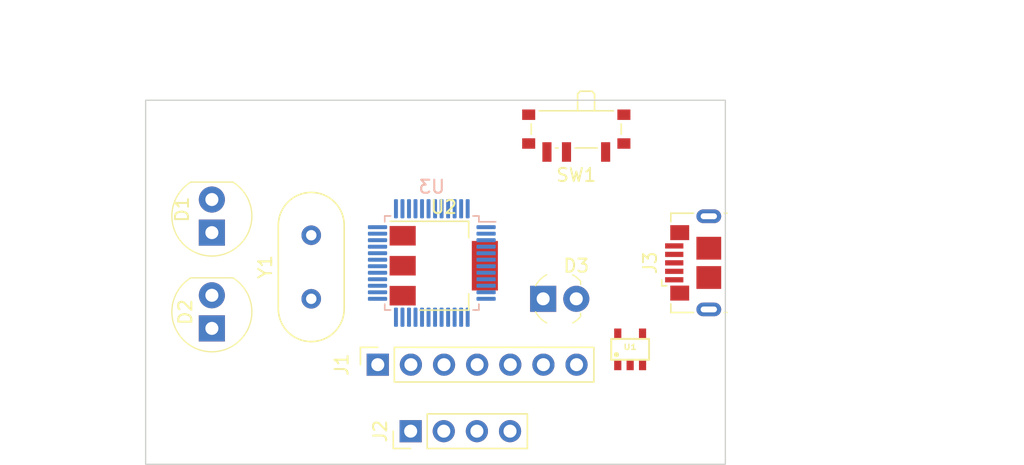
<source format=kicad_pcb>
(kicad_pcb (version 20221018) (generator pcbnew)
  (layers (0 "F.Cu" signal) (31 "B.Cu" signal) (34 "B.Paste" user) (35 "F.Paste" user) (36 "B.SilkS" user "B.Silkscreen") (37 "F.SilkS" user "F.Silkscreen") (38 "B.Mask" user) (39 "F.Mask" user) (44 "Edge.Cuts" user))
  (net 0 "")
  (net 15 "/GND")
  (net 16 "/Vcc")
  (net 17 "/D0")
  (net 18 "/D1")
  (net 19 "/RES")
  (net 20 "/DC")
  (net 21 "/CS")
  (net 49 "Net-(U3-VSS-Pad23)")
  (footprint "Connector_USB:USB_Micro-B_GCT_USB3076-30-A" (layer "F.Cu") (at 108.02 60.74 90)
    (fp_text reference "J3" (at 0 -3.3 90) (layer "F.SilkS"))
    (fp_text value "USB_B_Micro")
    (fp_line (start -3.81 -1.71) (end -3.15 -1.71) (stroke (width 0.12)) (layer "F.SilkS"))
    (fp_line (start -3.81 0.02) (end -3.81 -1.71) (stroke (width 0.12)) (layer "F.SilkS"))
    (fp_line (start -3.81 2.59) (end -3.81 2.38) (stroke (width 0.12)) (layer "F.SilkS"))
    (fp_line (start -1.76 -2.41) (end -1.76 -2.02) (stroke (width 0.12)) (layer "F.SilkS"))
    (fp_line (start -1.76 -2.41) (end -1.31 -2.41) (stroke (width 0.12)) (layer "F.SilkS"))
    (fp_line (start 3.81 -1.71) (end 3.16 -1.71) (stroke (width 0.12)) (layer "F.SilkS"))
    (fp_line (start 3.81 0.02) (end 3.81 -1.71) (stroke (width 0.12)) (layer "F.SilkS"))
    (fp_line (start 3.81 2.59) (end 3.81 2.38) (stroke (width 0.12)) (layer "F.SilkS"))
    (pad "1" smd rect (at -1.3 -1.45 90) (size 0.4 1.4) (layers "F.Cu" "F.Paste" "F.Mask"))
    (pad "2" smd rect (at -0.65 -1.45 90) (size 0.4 1.4) (layers "F.Cu" "F.Paste" "F.Mask"))
    (pad "3" smd rect (at 0 -1.45 90) (size 0.4 1.4) (layers "F.Cu" "F.Paste" "F.Mask"))
    (pad "4" smd rect (at 0.65 -1.45 90) (size 0.4 1.4) (layers "F.Cu" "F.Paste" "F.Mask"))
    (pad "5" smd rect (at 1.3 -1.45 90) (size 0.4 1.4) (layers "F.Cu" "F.Paste" "F.Mask"))
    (pad "6" thru_hole oval (at -3.575 1.2 270) (size 1.05 1.9) (drill oval 0.45 1.25) (layers "*.Cu" "*.Mask"))
    (pad "6" smd rect (at -2.32 -1.03 90) (size 1.15 1.45) (layers "F.Cu" "F.Paste" "F.Mask"))
    (pad "6" smd rect (at -1.125 1.2 90) (size 1.75 1.9) (layers "F.Cu" "F.Paste" "F.Mask"))
    (pad "6" smd rect (at 1.125 1.2 90) (size 1.75 1.9) (layers "F.Cu" "F.Paste" "F.Mask"))
    (pad "6" smd rect (at 2.32 -1.03 90) (size 1.15 1.45) (layers "F.Cu" "F.Paste" "F.Mask"))
    (pad "6" thru_hole oval (at 3.575 1.2 90) (size 1.05 1.9) (drill oval 0.45 1.25) (layers "*.Cu" "*.Mask"))
  )
  (footprint "Connector_PinSocket_2.54mm:PinSocket_1x07_P2.54mm_Vertical" (layer "F.Cu") (at 83.84 68.555 90)
    (fp_text reference "J1" (at 0 -2.77 90) (layer "F.SilkS"))
    (fp_text value "OLED Display")
    (fp_line (start -1.33 1.27) (end -1.33 16.57) (stroke (width 0.12)) (layer "F.SilkS"))
    (fp_line (start -1.33 1.27) (end 1.33 1.27) (stroke (width 0.12)) (layer "F.SilkS"))
    (fp_line (start -1.33 16.57) (end 1.33 16.57) (stroke (width 0.12)) (layer "F.SilkS"))
    (fp_line (start 0 -1.33) (end 1.33 -1.33) (stroke (width 0.12)) (layer "F.SilkS"))
    (fp_line (start 1.33 -1.33) (end 1.33 0) (stroke (width 0.12)) (layer "F.SilkS"))
    (fp_line (start 1.33 1.27) (end 1.33 16.57) (stroke (width 0.12)) (layer "F.SilkS"))
    (pad "1" thru_hole rect (at 0 0 90) (size 1.7 1.7) (drill 1) (layers "*.Cu" "*.Mask") (net 15 "/GND"))
    (pad "2" thru_hole oval (at 0 2.54 90) (size 1.7 1.7) (drill 1) (layers "*.Cu" "*.Mask") (net 16 "/Vcc"))
    (pad "3" thru_hole oval (at 0 5.08 90) (size 1.7 1.7) (drill 1) (layers "*.Cu" "*.Mask") (net 17 "/D0"))
    (pad "4" thru_hole oval (at 0 7.62 90) (size 1.7 1.7) (drill 1) (layers "*.Cu" "*.Mask") (net 18 "/D1"))
    (pad "5" thru_hole oval (at 0 10.16 90) (size 1.7 1.7) (drill 1) (layers "*.Cu" "*.Mask") (net 19 "/RES"))
    (pad "6" thru_hole oval (at 0 12.7 90) (size 1.7 1.7) (drill 1) (layers "*.Cu" "*.Mask") (net 20 "/DC"))
    (pad "7" thru_hole oval (at 0 15.24 90) (size 1.7 1.7) (drill 1) (layers "*.Cu" "*.Mask") (net 21 "/CS"))
  )
  (footprint "gsg-modules:SOT25" (layer "F.Cu") (at 103.19 67.38)
    (fp_text reference "U1" (at 0 -0.18) (layer "F.SilkS") (effects (font (size 0.4 0.5) (thickness 0.1))))
    (fp_text value "LMV321" hide)
    (fp_line (start -1.45 -0.8) (end 1.45 -0.8) (stroke (width 0.15)) (layer "F.SilkS"))
    (fp_line (start -1.45 0.8) (end -1.45 -0.8) (stroke (width 0.15)) (layer "F.SilkS"))
    (fp_line (start 1.45 -0.8) (end 1.45 0.8) (stroke (width 0.15)) (layer "F.SilkS"))
    (fp_line (start 1.45 0.8) (end -1.45 0.8) (stroke (width 0.15)) (layer "F.SilkS"))
    (fp_circle (center -1.05 0.4) (end -0.95 0.4) (stroke (width 0.2)) (fill none) (layer "F.SilkS"))
    (pad "1" smd rect (at -0.95 1.2) (size 0.55 0.8) (layers "F.Cu" "F.Paste" "F.Mask"))
    (pad "2" smd rect (at 0 1.2) (size 0.55 0.8) (layers "F.Cu" "F.Paste" "F.Mask"))
    (pad "3" smd rect (at 0.95 1.2) (size 0.55 0.8) (layers "F.Cu" "F.Paste" "F.Mask"))
    (pad "4" smd rect (at 0.95 -1.2) (size 0.55 0.8) (layers "F.Cu" "F.Paste" "F.Mask"))
    (pad "5" smd rect (at -0.95 -1.2) (size 0.55 0.8) (layers "F.Cu" "F.Paste" "F.Mask"))
  )
  (footprint "digikey-footprints:LED_5mm_Radial" (layer "F.Cu") (at 71.12 63.23 90)
    (fp_text reference "D2" (at -1.286 -2.032 90) (layer "F.SilkS"))
    (fp_text value "IR_Emitter")
    (fp_line (start 1.34 1.6) (end 1.34 -1.61) (stroke (width 0.1)) (layer "F.SilkS"))
    (fp_arc (start 1.341718 1.607211) (mid -4.336626 0.001638) (end 1.34 -1.61) (stroke (width 0.1)) (layer "F.SilkS"))
    (pad "1" thru_hole rect (at -2.54 0 90) (size 2 2) (drill 1) (layers "*.Cu" "*.Mask"))
    (pad "2" thru_hole circle (at 0 0 90) (size 2 2) (drill 1) (layers "*.Cu" "*.Mask"))
  )
  (footprint "Connector_PinHeader_2.54mm:PinHeader_1x04_P2.54mm_Vertical" (layer "F.Cu") (at 86.36 73.66 90)
    (fp_text reference "J2" (at 0 -2.33 90) (layer "F.SilkS"))
    (fp_text value "SWD")
    (fp_line (start -1.33 -1.33) (end 0 -1.33) (stroke (width 0.12)) (layer "F.SilkS"))
    (fp_line (start -1.33 0) (end -1.33 -1.33) (stroke (width 0.12)) (layer "F.SilkS"))
    (fp_line (start -1.33 1.27) (end -1.33 8.95) (stroke (width 0.12)) (layer "F.SilkS"))
    (fp_line (start -1.33 1.27) (end 1.33 1.27) (stroke (width 0.12)) (layer "F.SilkS"))
    (fp_line (start -1.33 8.95) (end 1.33 8.95) (stroke (width 0.12)) (layer "F.SilkS"))
    (fp_line (start 1.33 1.27) (end 1.33 8.95) (stroke (width 0.12)) (layer "F.SilkS"))
    (pad "1" thru_hole rect (at 0 0 90) (size 1.7 1.7) (drill 1) (layers "*.Cu" "*.Mask"))
    (pad "2" thru_hole oval (at 0 2.54 90) (size 1.7 1.7) (drill 1) (layers "*.Cu" "*.Mask"))
    (pad "3" thru_hole oval (at 0 5.08 90) (size 1.7 1.7) (drill 1) (layers "*.Cu" "*.Mask"))
    (pad "4" thru_hole oval (at 0 7.62 90) (size 1.7 1.7) (drill 1) (layers "*.Cu" "*.Mask"))
  )
  (footprint "Button_Switch_SMD:SW_SPDT_PCM12" (layer "F.Cu") (at 99.06 50.8 180)
    (fp_text reference "SW1" (at 0 -3.2) (layer "F.SilkS"))
    (fp_text value "SW_SPDT")
    (fp_line (start -3.45 -0.07) (end -3.45 0.72) (stroke (width 0.12)) (layer "F.SilkS"))
    (fp_line (start -2.85 1.73) (end 2.85 1.73) (stroke (width 0.12)) (layer "F.SilkS"))
    (fp_line (start -1.6 -1.12) (end 0.1 -1.12) (stroke (width 0.12)) (layer "F.SilkS"))
    (fp_line (start -1.4 1.73) (end -1.4 3.02) (stroke (width 0.12)) (layer "F.SilkS"))
    (fp_line (start -1.4 3.02) (end -1.2 3.23) (stroke (width 0.12)) (layer "F.SilkS"))
    (fp_line (start -1.2 3.23) (end -0.3 3.23) (stroke (width 0.12)) (layer "F.SilkS"))
    (fp_line (start -0.1 3.02) (end -0.3 3.23) (stroke (width 0.12)) (layer "F.SilkS"))
    (fp_line (start -0.1 3.02) (end -0.1 1.73) (stroke (width 0.12)) (layer "F.SilkS"))
    (fp_line (start 1.4 -1.12) (end 1.6 -1.12) (stroke (width 0.12)) (layer "F.SilkS"))
    (fp_line (start 3.45 0.72) (end 3.45 -0.07) (stroke (width 0.12)) (layer "F.SilkS"))
    (pad "" smd rect (at -3.65 -0.78 180) (size 1 0.8) (layers "F.Cu" "F.Paste" "F.Mask"))
    (pad "" smd rect (at -3.65 1.43 180) (size 1 0.8) (layers "F.Cu" "F.Paste" "F.Mask"))
    (pad "" np_thru_hole circle (at -1.5 0.33 180) (size 0.9 0.9) (drill 0.9) (layers "*.Cu" "*.Mask"))
    (pad "" np_thru_hole circle (at 1.5 0.33 180) (size 0.9 0.9) (drill 0.9) (layers "*.Cu" "*.Mask"))
    (pad "" smd rect (at 3.65 -0.78 180) (size 1 0.8) (layers "F.Cu" "F.Paste" "F.Mask"))
    (pad "" smd rect (at 3.65 1.43 180) (size 1 0.8) (layers "F.Cu" "F.Paste" "F.Mask"))
    (pad "1" smd rect (at -2.25 -1.43 180) (size 0.7 1.5) (layers "F.Cu" "F.Paste" "F.Mask"))
    (pad "2" smd rect (at 0.75 -1.43 180) (size 0.7 1.5) (layers "F.Cu" "F.Paste" "F.Mask"))
    (pad "3" smd rect (at 2.25 -1.43 180) (size 0.7 1.5) (layers "F.Cu" "F.Paste" "F.Mask"))
  )
  (footprint "digikey-footprints:LED_5mm_Radial" (layer "F.Cu") (at 71.12 55.88 90)
    (fp_text reference "D1" (at -0.762 -2.286 90) (layer "F.SilkS"))
    (fp_text value "IR_Receiver")
    (fp_line (start 1.34 1.6) (end 1.34 -1.61) (stroke (width 0.1)) (layer "F.SilkS"))
    (fp_arc (start 1.341718 1.607211) (mid -4.336626 0.001638) (end 1.34 -1.61) (stroke (width 0.1)) (layer "F.SilkS"))
    (pad "1" thru_hole rect (at -2.54 0 90) (size 2 2) (drill 1) (layers "*.Cu" "*.Mask"))
    (pad "2" thru_hole circle (at 0 0 90) (size 2 2) (drill 1) (layers "*.Cu" "*.Mask"))
  )
  (footprint "Crystal:Crystal_HC49-4H_Vertical" (layer "F.Cu") (at 78.74 63.5 90)
    (fp_text reference "Y1" (at 2.44 -3.525 90) (layer "F.SilkS"))
    (fp_text value "Crystal")
    (fp_line (start -0.76 -2.525) (end 5.64 -2.525) (stroke (width 0.12)) (layer "F.SilkS"))
    (fp_line (start -0.76 2.525) (end 5.64 2.525) (stroke (width 0.12)) (layer "F.SilkS"))
    (fp_arc (start -0.76 2.525) (mid -3.285 0) (end -0.76 -2.525) (stroke (width 0.12)) (layer "F.SilkS"))
    (fp_arc (start 5.64 -2.525) (mid 8.165 0) (end 5.64 2.525) (stroke (width 0.12)) (layer "F.SilkS"))
    (pad "1" thru_hole circle (at 0 0 90) (size 1.5 1.5) (drill 0.8) (layers "*.Cu" "*.Mask"))
    (pad "2" thru_hole circle (at 4.88 0 90) (size 1.5 1.5) (drill 0.8) (layers "*.Cu" "*.Mask"))
  )
  (footprint "Package_TO_SOT_SMD:SOT-223-3_TabPin2" (layer "F.Cu") (at 88.9 60.96)
    (fp_text reference "U2" (at 0 -4.5) (layer "F.SilkS"))
    (fp_text value "AMS1117")
    (fp_line (start -4.1 -3.41) (end 1.91 -3.41) (stroke (width 0.12)) (layer "F.SilkS"))
    (fp_line (start -1.85 3.41) (end 1.91 3.41) (stroke (width 0.12)) (layer "F.SilkS"))
    (fp_line (start 1.91 -3.41) (end 1.91 -2.15) (stroke (width 0.12)) (layer "F.SilkS"))
    (fp_line (start 1.91 3.41) (end 1.91 2.15) (stroke (width 0.12)) (layer "F.SilkS"))
    (pad "1" smd rect (at -3.15 -2.3) (size 2 1.5) (layers "F.Cu" "F.Paste" "F.Mask"))
    (pad "2" smd rect (at -3.15 0) (size 2 1.5) (layers "F.Cu" "F.Paste" "F.Mask"))
    (pad "2" smd rect (at 3.15 0) (size 2 3.8) (layers "F.Cu" "F.Paste" "F.Mask"))
    (pad "3" smd rect (at -3.15 2.3) (size 2 1.5) (layers "F.Cu" "F.Paste" "F.Mask"))
  )
  (footprint "digikey-footprints:LED_3mm_Radial" (layer "F.Cu") (at 99.06 63.5)
    (fp_text reference "D3" (at 0 -2.54) (layer "F.SilkS"))
    (fp_text value "Indication LED")
    (fp_line (start 0.33 -1.35) (end 0.33 -1.1) (stroke (width 0.1)) (layer "F.SilkS"))
    (fp_line (start 0.33 1.35) (end 0.33 1.1) (stroke (width 0.1)) (layer "F.SilkS"))
    (fp_arc (start -3.12 -1) (mid -2.757027 -1.487027) (end -2.27 -1.85) (stroke (width 0.1)) (layer "F.SilkS"))
    (fp_arc (start -2.27 1.85) (mid -2.757027 1.487027) (end -3.12 1) (stroke (width 0.1)) (layer "F.SilkS"))
    (fp_arc (start -0.274533 -1.841615) (mid 0.050808 -1.624182) (end 0.33 -1.35) (stroke (width 0.1)) (layer "F.SilkS"))
    (fp_arc (start 0.337285 1.356147) (mid 0.056822 1.631577) (end -0.27 1.85) (stroke (width 0.1)) (layer "F.SilkS"))
    (pad "1" thru_hole rect (at -2.54 0) (size 2 2) (drill 1) (layers "*.Cu" "*.Mask"))
    (pad "2" thru_hole circle (at 0 0) (size 2 2) (drill 1) (layers "*.Cu" "*.Mask"))
  )
  (footprint "Package_QFP:LQFP-48_7x7mm_P0.5mm" (layer "B.Cu") (at 87.9825 60.75 180)
    (fp_text reference "U3" (at 0 5.85) (layer "B.SilkS") (effects (justify mirror)))
    (fp_text value "STM32F103C8Tx")
    (fp_line (start -3.61 -3.61) (end -3.61 -3.16) (stroke (width 0.12)) (layer "B.SilkS"))
    (fp_line (start -3.61 3.16) (end -4.9 3.16) (stroke (width 0.12)) (layer "B.SilkS"))
    (fp_line (start -3.61 3.61) (end -3.61 3.16) (stroke (width 0.12)) (layer "B.SilkS"))
    (fp_line (start -3.16 -3.61) (end -3.61 -3.61) (stroke (width 0.12)) (layer "B.SilkS"))
    (fp_line (start -3.16 3.61) (end -3.61 3.61) (stroke (width 0.12)) (layer "B.SilkS"))
    (fp_line (start 3.16 -3.61) (end 3.61 -3.61) (stroke (width 0.12)) (layer "B.SilkS"))
    (fp_line (start 3.16 3.61) (end 3.61 3.61) (stroke (width 0.12)) (layer "B.SilkS"))
    (fp_line (start 3.61 -3.61) (end 3.61 -3.16) (stroke (width 0.12)) (layer "B.SilkS"))
    (fp_line (start 3.61 3.61) (end 3.61 3.16) (stroke (width 0.12)) (layer "B.SilkS"))
    (pad "1" smd roundrect (at -4.1625 2.75 180) (size 1.475 0.3) (layers "B.Cu" "B.Paste" "B.Mask"))
    (pad "2" smd roundrect (at -4.1625 2.25 180) (size 1.475 0.3) (layers "B.Cu" "B.Paste" "B.Mask"))
    (pad "3" smd roundrect (at -4.1625 1.75 180) (size 1.475 0.3) (layers "B.Cu" "B.Paste" "B.Mask"))
    (pad "4" smd roundrect (at -4.1625 1.25 180) (size 1.475 0.3) (layers "B.Cu" "B.Paste" "B.Mask"))
    (pad "5" smd roundrect (at -4.1625 0.75 180) (size 1.475 0.3) (layers "B.Cu" "B.Paste" "B.Mask"))
    (pad "6" smd roundrect (at -4.1625 0.25 180) (size 1.475 0.3) (layers "B.Cu" "B.Paste" "B.Mask"))
    (pad "7" smd roundrect (at -4.1625 -0.25 180) (size 1.475 0.3) (layers "B.Cu" "B.Paste" "B.Mask"))
    (pad "8" smd roundrect (at -4.1625 -0.75 180) (size 1.475 0.3) (layers "B.Cu" "B.Paste" "B.Mask"))
    (pad "9" smd roundrect (at -4.1625 -1.25 180) (size 1.475 0.3) (layers "B.Cu" "B.Paste" "B.Mask"))
    (pad "10" smd roundrect (at -4.1625 -1.75 180) (size 1.475 0.3) (layers "B.Cu" "B.Paste" "B.Mask"))
    (pad "11" smd roundrect (at -4.1625 -2.25 180) (size 1.475 0.3) (layers "B.Cu" "B.Paste" "B.Mask"))
    (pad "12" smd roundrect (at -4.1625 -2.75 180) (size 1.475 0.3) (layers "B.Cu" "B.Paste" "B.Mask"))
    (pad "13" smd roundrect (at -2.75 -4.1625 180) (size 0.3 1.475) (layers "B.Cu" "B.Paste" "B.Mask"))
    (pad "14" smd roundrect (at -2.25 -4.1625 180) (size 0.3 1.475) (layers "B.Cu" "B.Paste" "B.Mask"))
    (pad "15" smd roundrect (at -1.75 -4.1625 180) (size 0.3 1.475) (layers "B.Cu" "B.Paste" "B.Mask"))
    (pad "16" smd roundrect (at -1.25 -4.1625 180) (size 0.3 1.475) (layers "B.Cu" "B.Paste" "B.Mask"))
    (pad "17" smd roundrect (at -0.75 -4.1625 180) (size 0.3 1.475) (layers "B.Cu" "B.Paste" "B.Mask"))
    (pad "18" smd roundrect (at -0.25 -4.1625 180) (size 0.3 1.475) (layers "B.Cu" "B.Paste" "B.Mask"))
    (pad "19" smd roundrect (at 0.25 -4.1625 180) (size 0.3 1.475) (layers "B.Cu" "B.Paste" "B.Mask"))
    (pad "20" smd roundrect (at 0.75 -4.1625 180) (size 0.3 1.475) (layers "B.Cu" "B.Paste" "B.Mask"))
    (pad "21" smd roundrect (at 1.25 -4.1625 180) (size 0.3 1.475) (layers "B.Cu" "B.Paste" "B.Mask"))
    (pad "22" smd roundrect (at 1.75 -4.1625 180) (size 0.3 1.475) (layers "B.Cu" "B.Paste" "B.Mask"))
    (pad "23" smd roundrect (at 2.25 -4.1625 180) (size 0.3 1.475) (layers "B.Cu" "B.Paste" "B.Mask") (net 49 "Net-(U3-VSS-Pad23)"))
    (pad "24" smd roundrect (at 2.75 -4.1625 180) (size 0.3 1.475) (layers "B.Cu" "B.Paste" "B.Mask"))
    (pad "25" smd roundrect (at 4.1625 -2.75 180) (size 1.475 0.3) (layers "B.Cu" "B.Paste" "B.Mask"))
    (pad "26" smd roundrect (at 4.1625 -2.25 180) (size 1.475 0.3) (layers "B.Cu" "B.Paste" "B.Mask"))
    (pad "27" smd roundrect (at 4.1625 -1.75 180) (size 1.475 0.3) (layers "B.Cu" "B.Paste" "B.Mask"))
    (pad "28" smd roundrect (at 4.1625 -1.25 180) (size 1.475 0.3) (layers "B.Cu" "B.Paste" "B.Mask"))
    (pad "29" smd roundrect (at 4.1625 -0.75 180) (size 1.475 0.3) (layers "B.Cu" "B.Paste" "B.Mask"))
    (pad "30" smd roundrect (at 4.1625 -0.25 180) (size 1.475 0.3) (layers "B.Cu" "B.Paste" "B.Mask"))
    (pad "31" smd roundrect (at 4.1625 0.25 180) (size 1.475 0.3) (layers "B.Cu" "B.Paste" "B.Mask"))
    (pad "32" smd roundrect (at 4.1625 0.75 180) (size 1.475 0.3) (layers "B.Cu" "B.Paste" "B.Mask"))
    (pad "33" smd roundrect (at 4.1625 1.25 180) (size 1.475 0.3) (layers "B.Cu" "B.Paste" "B.Mask"))
    (pad "34" smd roundrect (at 4.1625 1.75 180) (size 1.475 0.3) (layers "B.Cu" "B.Paste" "B.Mask"))
    (pad "35" smd roundrect (at 4.1625 2.25 180) (size 1.475 0.3) (layers "B.Cu" "B.Paste" "B.Mask") (net 49 "Net-(U3-VSS-Pad23)"))
    (pad "36" smd roundrect (at 4.1625 2.75 180) (size 1.475 0.3) (layers "B.Cu" "B.Paste" "B.Mask"))
    (pad "37" smd roundrect (at 2.75 4.1625 180) (size 0.3 1.475) (layers "B.Cu" "B.Paste" "B.Mask"))
    (pad "38" smd roundrect (at 2.25 4.1625 180) (size 0.3 1.475) (layers "B.Cu" "B.Paste" "B.Mask"))
    (pad "39" smd roundrect (at 1.75 4.1625 180) (size 0.3 1.475) (layers "B.Cu" "B.Paste" "B.Mask"))
    (pad "40" smd roundrect (at 1.25 4.1625 180) (size 0.3 1.475) (layers "B.Cu" "B.Paste" "B.Mask"))
    (pad "41" smd roundrect (at 0.75 4.1625 180) (size 0.3 1.475) (layers "B.Cu" "B.Paste" "B.Mask"))
    (pad "42" smd roundrect (at 0.25 4.1625 180) (size 0.3 1.475) (layers "B.Cu" "B.Paste" "B.Mask"))
    (pad "43" smd roundrect (at -0.25 4.1625 180) (size 0.3 1.475) (layers "B.Cu" "B.Paste" "B.Mask"))
    (pad "44" smd roundrect (at -0.75 4.1625 180) (size 0.3 1.475) (layers "B.Cu" "B.Paste" "B.Mask"))
    (pad "45" smd roundrect (at -1.25 4.1625 180) (size 0.3 1.475) (layers "B.Cu" "B.Paste" "B.Mask"))
    (pad "46" smd roundrect (at -1.75 4.1625 180) (size 0.3 1.475) (layers "B.Cu" "B.Paste" "B.Mask"))
    (pad "47" smd roundrect (at -2.25 4.1625 180) (size 0.3 1.475) (layers "B.Cu" "B.Paste" "B.Mask") (net 49 "Net-(U3-VSS-Pad23)"))
    (pad "48" smd roundrect (at -2.75 4.1625 180) (size 0.3 1.475) (layers "B.Cu" "B.Paste" "B.Mask"))
  )
  (gr_rect (start 66.04 48.26) (end 110.49 76.2) (stroke (width 0.1)) (fill none) (layer "Edge.Cuts"))
)
</source>
